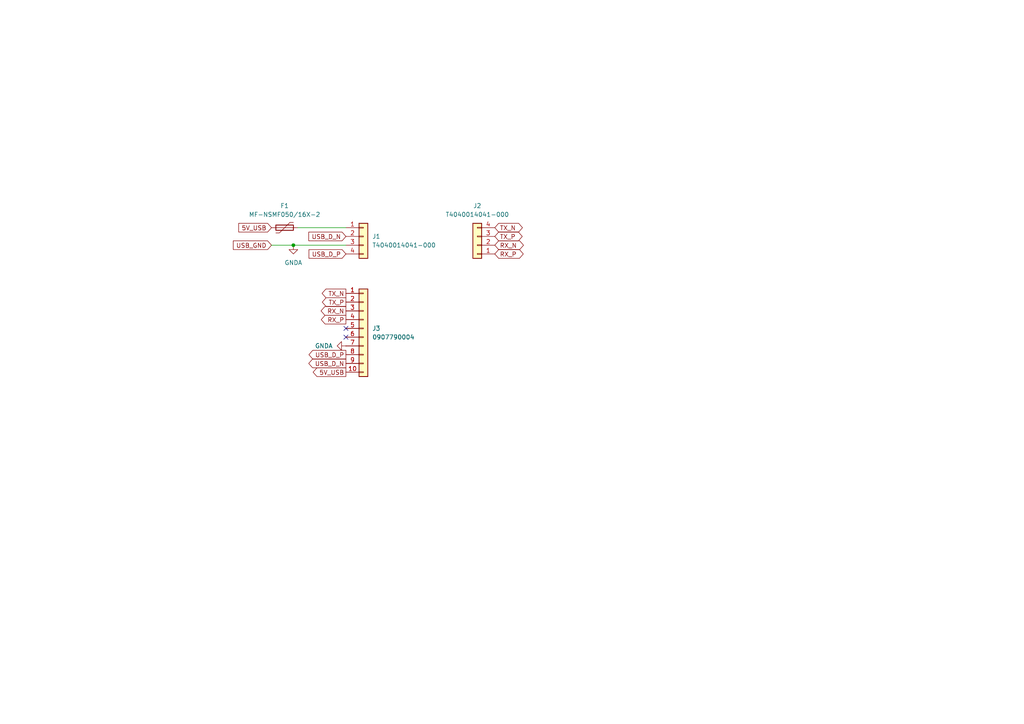
<source format=kicad_sch>
(kicad_sch (version 20250114) (generator "eeschema") (generator_version "9.0")
  (paper "A4")
  (lib_symbols
    (symbol "Connector_Generic:Conn_01x04" (pin_names (offset 1.016) (hide yes))
      (property "Reference" "J" (at 0 5.08 0))
      (property "Value" "Conn_01x04" (at 0 -7.62 0))
      (symbol "Conn_01x04_1_1"
        (rectangle (start -1.27 3.81) (end 1.27 -6.35) (stroke (width 0.254)) (fill (type background)))
        (rectangle (start -1.27 2.667) (end 0 2.413) (stroke (width 0.1524)))
        (rectangle (start -1.27 0.127) (end 0 -0.127) (stroke (width 0.1524)))
        (rectangle (start -1.27 -2.413) (end 0 -2.667) (stroke (width 0.1524)))
        (rectangle (start -1.27 -4.953) (end 0 -5.207) (stroke (width 0.1524)))
        (pin passive line (at -5.08 2.54 0) (length 3.81) (name "Pin_1") (number "1"))
        (pin passive line (at -5.08 0 0) (length 3.81) (name "Pin_2") (number "2"))
        (pin passive line (at -5.08 -2.54 0) (length 3.81) (name "Pin_3") (number "3"))
        (pin passive line (at -5.08 -5.08 0) (length 3.81) (name "Pin_4") (number "4"))
      )
    )
    (symbol "Connector_Generic:Conn_01x10" (pin_names (offset 1.016) (hide yes))
      (property "Reference" "J" (at 0 12.7 0))
      (property "Value" "Conn_01x10" (at 0 -15.24 0))
      (symbol "Conn_01x10_1_1"
        (rectangle (start -1.27 11.43) (end 1.27 -13.97) (stroke (width 0.254)) (fill (type background)))
        (rectangle (start -1.27 10.287) (end 0 10.033) (stroke (width 0.1524)))
        (rectangle (start -1.27 7.747) (end 0 7.493) (stroke (width 0.1524)))
        (rectangle (start -1.27 5.207) (end 0 4.953) (stroke (width 0.1524)))
        (rectangle (start -1.27 2.667) (end 0 2.413) (stroke (width 0.1524)))
        (rectangle (start -1.27 0.127) (end 0 -0.127) (stroke (width 0.1524)))
        (rectangle (start -1.27 -2.413) (end 0 -2.667) (stroke (width 0.1524)))
        (rectangle (start -1.27 -4.953) (end 0 -5.207) (stroke (width 0.1524)))
        (rectangle (start -1.27 -7.493) (end 0 -7.747) (stroke (width 0.1524)))
        (rectangle (start -1.27 -10.033) (end 0 -10.287) (stroke (width 0.1524)))
        (rectangle (start -1.27 -12.573) (end 0 -12.827) (stroke (width 0.1524)))
        (pin passive line (at -5.08 10.16 0) (length 3.81) (name "Pin_1") (number "1"))
        (pin passive line (at -5.08 7.62 0) (length 3.81) (name "Pin_2") (number "2"))
        (pin passive line (at -5.08 5.08 0) (length 3.81) (name "Pin_3") (number "3"))
        (pin passive line (at -5.08 2.54 0) (length 3.81) (name "Pin_4") (number "4"))
        (pin passive line (at -5.08 0 0) (length 3.81) (name "Pin_5") (number "5"))
        (pin passive line (at -5.08 -2.54 0) (length 3.81) (name "Pin_6") (number "6"))
        (pin passive line (at -5.08 -5.08 0) (length 3.81) (name "Pin_7") (number "7"))
        (pin passive line (at -5.08 -7.62 0) (length 3.81) (name "Pin_8") (number "8"))
        (pin passive line (at -5.08 -10.16 0) (length 3.81) (name "Pin_9") (number "9"))
        (pin passive line (at -5.08 -12.7 0) (length 3.81) (name "Pin_10") (number "10"))
      )
    )
    (symbol "Device:Polyfuse" (pin_numbers (hide yes)) (pin_names (offset 0))
      (property "Reference" "F" (at -2.54 0 90))
      (property "Value" "Polyfuse" (at 2.54 0 90))
      (symbol "Polyfuse_0_1"
        (polyline (pts (xy -1.524 2.54) (xy -1.524 1.524) (xy 1.524 -1.524) (xy 1.524 -2.54)))
        (rectangle (start -0.762 2.54) (end 0.762 -2.54) (stroke (width 0.254)))
        (polyline (pts (xy 0 2.54) (xy 0 -2.54)))
      )
      (symbol "Polyfuse_1_1"
        (pin passive line (at 0 3.81 270) (length 1.27) (name "~") (number "1"))
        (pin passive line (at 0 -3.81 90) (length 1.27) (name "~") (number "2"))
      )
    )
    (symbol "power:GNDA" (power) (pin_numbers (hide yes)) (pin_names (offset 0) (hide yes))
      (property "Value" "GNDA" (at 0 -3.81 0))
      (symbol "GNDA_0_1"
        (polyline (pts (xy 0 0) (xy 0 -1.27) (xy 1.27 -1.27) (xy 0 -2.54) (xy -1.27 -1.27) (xy 0 -1.27)))
      )
      (symbol "GNDA_1_1"
        (pin power_in line (at 0 0 270) (length 0) (name "~") (number "1"))
      )
    )
  )
  (junction (at 85.09 71.12))
  (no_connect (at 100.33 97.79))
  (no_connect (at 100.33 95.25))
  (wire (pts (xy 85.09 71.12) (xy 100.33 71.12)))
  (wire (pts (xy 78.74 71.12) (xy 85.09 71.12)))
  (wire (pts (xy 86.36 66.04) (xy 100.33 66.04)))
  (global_label "RX_P" (shape output) (at 100.33 92.71 180) (property "Intersheetrefs" "${INTERSHEET_REFS}" (effects (hide yes))))
  (global_label "USB_D_N" (shape output) (at 100.33 105.41 180) (property "Intersheetrefs" "${INTERSHEET_REFS}" (effects (hide yes))))
  (global_label "USB_GND" (shape input) (at 78.74 71.12 180) (property "Intersheetrefs" "${INTERSHEET_REFS}" (effects (hide yes))))
  (global_label "USB_D_P" (shape output) (at 100.33 102.87 180) (property "Intersheetrefs" "${INTERSHEET_REFS}" (effects (hide yes))))
  (global_label "5V_USB" (shape input) (at 78.74 66.04 180) (property "Intersheetrefs" "${INTERSHEET_REFS}" (effects (hide yes))))
  (global_label "RX_N" (shape output) (at 100.33 90.17 180) (property "Intersheetrefs" "${INTERSHEET_REFS}" (effects (hide yes))))
  (global_label "TX_P" (shape output) (at 100.33 87.63 180) (property "Intersheetrefs" "${INTERSHEET_REFS}" (effects (hide yes))))
  (global_label "RX_P" (shape bidirectional) (at 143.51 73.66 0) (property "Intersheetrefs" "${INTERSHEET_REFS}" (effects (hide yes))))
  (global_label "RX_N" (shape bidirectional) (at 143.51 71.12 0) (property "Intersheetrefs" "${INTERSHEET_REFS}" (effects (hide yes))))
  (global_label "USB_D_P" (shape input) (at 100.33 73.66 180) (property "Intersheetrefs" "${INTERSHEET_REFS}" (effects (hide yes))))
  (global_label "TX_P" (shape bidirectional) (at 143.51 68.58 0) (property "Intersheetrefs" "${INTERSHEET_REFS}" (effects (hide yes))))
  (global_label "TX_N" (shape output) (at 100.33 85.09 180) (property "Intersheetrefs" "${INTERSHEET_REFS}" (effects (hide yes))))
  (global_label "5V_USB" (shape output) (at 100.33 107.95 180) (property "Intersheetrefs" "${INTERSHEET_REFS}" (effects (hide yes))))
  (global_label "USB_D_N" (shape input) (at 100.33 68.58 180) (property "Intersheetrefs" "${INTERSHEET_REFS}" (effects (hide yes))))
  (global_label "TX_N" (shape bidirectional) (at 143.51 66.04 0) (property "Intersheetrefs" "${INTERSHEET_REFS}" (effects (hide yes))))
  (symbol (lib_id "Connector_Generic:Conn_01x04") (at 138.43 71.12 180) (unit 1)
    (property "Reference" "J2" (at 138.43 59.69 0))
    (property "Value" "T4040014041-000" (at 138.43 62.23 0))
    (property "Footprint" "22XT_Main_Peripheral:T4040014041000" (effects (hide yes)))
    (property "Description" "Generic connector, single row, 01x04, script generated (kicad-library-utils/schlib/autogen/connector/)" (effects (hide yes)))
  )
  (symbol (lib_id "power:GNDA") (at 85.09 71.12 0) (unit 1)
    (property "Reference" "#PWR02" (effects (hide yes)))
    (property "Value" "GNDA" (at 85.09 76.2 0))
    (property "Description" "Power symbol creates a global label with name \"GNDA\" , analog ground" (effects (hide yes)))
  )
  (symbol (lib_id "power:GNDA") (at 100.33 100.33 270) (unit 1)
    (property "Reference" "#PWR01" (effects (hide yes)))
    (property "Value" "GNDA" (at 96.52 100.3299 90) (effects (justify right)))
    (property "Description" "Power symbol creates a global label with name \"GNDA\" , analog ground" (effects (hide yes)))
  )
  (symbol (lib_id "Connector_Generic:Conn_01x04") (at 105.41 68.58 0) (unit 1)
    (property "Reference" "J1" (at 107.95 68.5799 0) (effects (justify left)))
    (property "Value" "T4040014041-000" (at 107.95 71.1199 0) (effects (justify left)))
    (property "Footprint" "22XT_Main_Peripheral:T4041017041000" (effects (hide yes)))
    (property "Description" "Generic connector, single row, 01x04, script generated (kicad-library-utils/schlib/autogen/connector/)" (effects (hide yes)))
  )
  (symbol (lib_id "Device:Polyfuse") (at 82.55 66.04 270) (unit 1)
    (property "Reference" "F1" (at 82.55 59.69 90))
    (property "Value" "MF-NSMF050/16X-2" (at 82.55 62.23 90))
    (property "Footprint" "22XT_Main_Peripheral:MFNSMF05016X2" (effects (hide yes)))
    (property "Description" "Resettable fuse, polymeric positive temperature coefficient" (effects (hide yes)))
  )
  (symbol (lib_id "Connector_Generic:Conn_01x10") (at 105.41 95.25 0) (unit 1)
    (property "Reference" "J3" (at 107.95 95.2499 0) (effects (justify left)))
    (property "Value" "0907790004" (at 107.95 97.7899 0) (effects (justify left)))
    (property "Footprint" "22XT_Main_Peripheral:CONN_SDA-90779_10_MOL" (effects (hide yes)))
    (property "Description" "Generic connector, single row, 01x10, script generated (kicad-library-utils/schlib/autogen/connector/)" (effects (hide yes)))
  )
)
</source>
